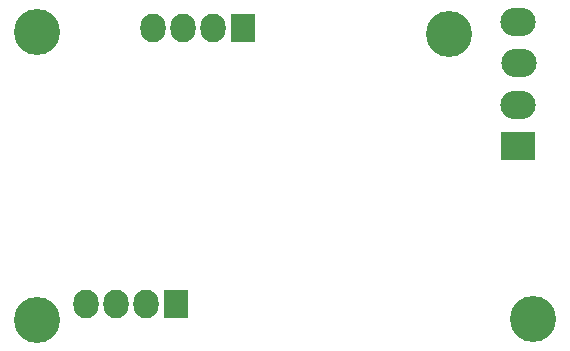
<source format=gbr>
G04 #@! TF.FileFunction,Soldermask,Bot*
%FSLAX46Y46*%
G04 Gerber Fmt 4.6, Leading zero omitted, Abs format (unit mm)*
G04 Created by KiCad (PCBNEW 4.0.2-stable) date 7/4/2016 11:44:18 PM*
%MOMM*%
G01*
G04 APERTURE LIST*
%ADD10C,0.100000*%
%ADD11C,3.900000*%
%ADD12R,2.127200X2.432000*%
%ADD13O,2.127200X2.432000*%
%ADD14R,3.000000X2.400000*%
%ADD15O,3.000000X2.400000*%
G04 APERTURE END LIST*
D10*
D11*
X165100000Y-73152000D03*
X172267880Y-97289620D03*
X130200400Y-97320100D03*
D12*
X147701000Y-72656700D03*
D13*
X145161000Y-72656700D03*
X142621000Y-72656700D03*
X140081000Y-72656700D03*
D12*
X141986000Y-95999300D03*
D13*
X139446000Y-95999300D03*
X136906000Y-95999300D03*
X134366000Y-95999300D03*
D11*
X130200400Y-72976740D03*
D14*
X170932000Y-82636000D03*
D15*
X170942000Y-79136000D03*
X171012000Y-75636000D03*
X170932000Y-72136000D03*
M02*

</source>
